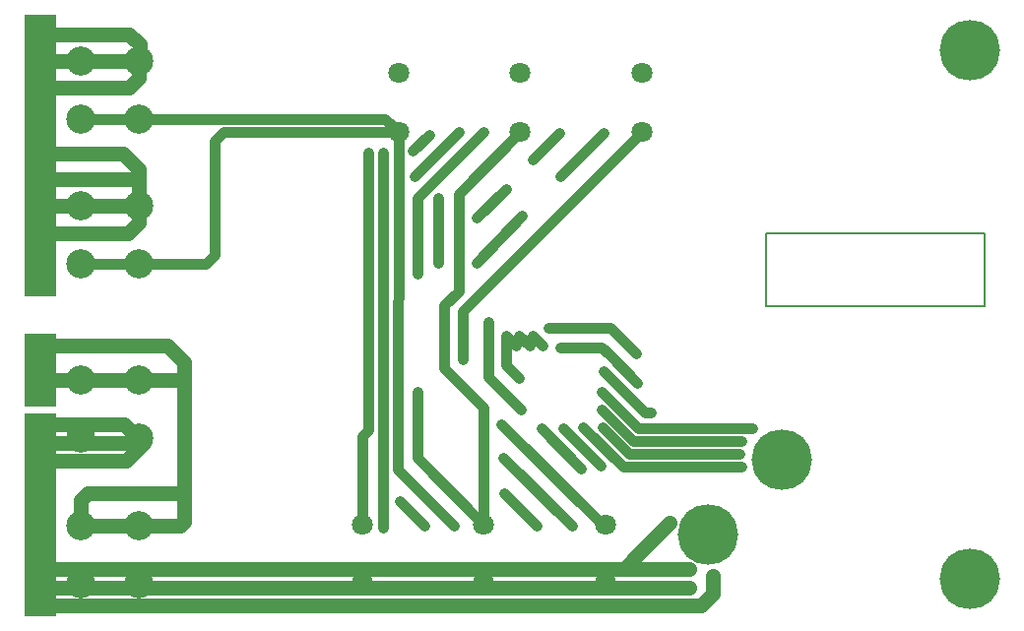
<source format=gbs>
G04*
G04 #@! TF.GenerationSoftware,Altium Limited,Altium Designer,20.2.8 (258)*
G04*
G04 Layer_Color=16711935*
%FSLAX25Y25*%
%MOIN*%
G70*
G04*
G04 #@! TF.SameCoordinates,18C1B9BA-8449-4E8D-A104-6701744B7602*
G04*
G04*
G04 #@! TF.FilePolarity,Negative*
G04*
G01*
G75*
%ADD12C,0.00600*%
%ADD34C,0.03600*%
%ADD36C,0.05000*%
%ADD38R,0.10500X0.24500*%
%ADD40R,0.10500X0.95500*%
%ADD57C,0.07099*%
%ADD58C,0.20485*%
%ADD59C,0.20485*%
%ADD60C,0.09855*%
%ADD70R,0.10500X0.68571*%
D12*
X253200Y107200D02*
Y132000D01*
Y107200D02*
X327000D01*
Y132000D01*
X253200D02*
X327000D01*
D34*
X212000Y71500D02*
X214000D01*
X197500Y93500D02*
X200000Y91000D01*
X209500Y81500D01*
X177000Y66000D02*
X190500Y52500D01*
X179500Y100000D02*
X182500D01*
X183500Y93500D02*
X197500D01*
X200500Y100000D02*
X209000Y91500D01*
X182500Y100000D02*
X200500D01*
X165000Y87500D02*
X169500Y83000D01*
X165000Y87500D02*
Y97500D01*
X159100Y83400D02*
X170000Y72500D01*
X159100Y83400D02*
Y102100D01*
X164000Y56000D02*
X187500Y33000D01*
X150500Y89500D02*
Y93500D01*
X197595Y33405D02*
X198600D01*
X118500Y154000D02*
Y159500D01*
X69429Y166200D02*
X128248D01*
X66500Y163271D02*
X69429Y166200D01*
X66500Y124544D02*
Y163271D01*
X63571Y121615D02*
X66500Y124544D01*
X21015Y121615D02*
X63571D01*
X124136Y170664D02*
X128600Y166200D01*
X21015Y170664D02*
X124136D01*
X142000Y122000D02*
Y144000D01*
X135000Y118500D02*
Y144000D01*
X144100Y107600D02*
X149000Y112500D01*
X135000Y55855D02*
Y78327D01*
X174000Y157000D02*
X183000Y166000D01*
X183500Y151500D02*
X198000Y166000D01*
X155000Y137500D02*
X165000Y147000D01*
X155000Y122000D02*
X170500Y138000D01*
X164500Y44000D02*
X175500Y33000D01*
X163500Y67500D02*
X197595Y33405D01*
X150500Y93500D02*
Y105700D01*
X211000Y166200D01*
X157450Y33405D02*
Y73050D01*
X144100Y86400D02*
X157450Y73050D01*
X144100Y86400D02*
Y107600D01*
X133500Y160000D02*
X139000Y165500D01*
X134000Y151500D02*
X149000Y166500D01*
X135000Y144000D02*
X157500Y166500D01*
X123500Y153500D02*
Y159500D01*
X118500Y65500D02*
Y154000D01*
X116300Y63300D02*
X118500Y65500D01*
X116300Y33405D02*
Y63300D01*
X129000Y41500D02*
X137500Y33000D01*
X128500Y52000D02*
X147500Y33000D01*
X135000Y55855D02*
X157450Y33405D01*
X123500Y32500D02*
Y48500D01*
X149000Y112500D02*
Y145400D01*
X169800Y166200D01*
X123500Y48500D02*
Y153500D01*
X128500Y52000D02*
X128600Y166200D01*
X198000Y85500D02*
X212000Y71500D01*
X184500Y66000D02*
X197000Y53500D01*
X209900Y66100D02*
X248400D01*
X197500Y78500D02*
X209900Y66100D01*
X208200Y61800D02*
X244700D01*
X197500Y72500D02*
X208200Y61800D01*
X206600Y57400D02*
X244100D01*
X197750Y66250D02*
X206600Y57400D01*
X204600Y52900D02*
X244600D01*
X191000Y66500D02*
X204600Y52900D01*
X174000Y97500D02*
X177500Y94000D01*
X165000Y97500D02*
X168500Y94000D01*
X169500Y97500D02*
X173000Y94000D01*
D36*
X227000Y6000D02*
X231000D01*
X235000Y10000D01*
Y16000D01*
X56000Y34500D02*
Y45000D01*
X21015Y33142D02*
X54642D01*
X56000Y34500D01*
X36500Y55000D02*
X42379Y60879D01*
X31000Y55000D02*
X36500D01*
X35757Y67500D02*
X42379Y60879D01*
X31000Y67500D02*
X35757D01*
X31000Y61000D02*
X39143D01*
X10500Y94000D02*
X50500D01*
X56000Y88500D01*
Y82242D02*
Y88500D01*
X8242Y82242D02*
X21015D01*
Y41515D02*
X23500Y44000D01*
X21015Y39515D02*
Y41515D01*
Y33142D02*
Y39515D01*
Y82242D02*
X56000D01*
Y44000D02*
Y82242D01*
X23500Y44000D02*
X56000D01*
X10500Y132000D02*
X37000D01*
X40700Y135700D01*
Y141300D01*
Y150500D02*
Y153800D01*
X10000Y152000D02*
X11500Y150500D01*
X40700D01*
X10000Y159000D02*
X35500D01*
X40700Y153800D01*
Y141300D02*
Y150500D01*
X9700Y141300D02*
X40700D01*
X10500Y181500D02*
X37500D01*
X40700Y184700D01*
Y190349D01*
X10500Y199000D02*
X11000Y199500D01*
X37500D01*
X41000Y196000D01*
Y191000D02*
Y196000D01*
X9849Y190349D02*
X40700D01*
X11000Y61000D02*
X31000D01*
X11000Y67500D02*
X31000D01*
X205000Y18500D02*
X211500Y25000D01*
X10500Y12000D02*
X48500D01*
X11500Y18500D02*
X48500D01*
X185500Y18500D02*
X210500D01*
X185500Y12000D02*
X211500D01*
X144500D02*
X170000D01*
X144500Y18500D02*
X170500D01*
X104500Y12000D02*
X129500D01*
X104500Y18500D02*
X129500D01*
X11000Y55000D02*
X31000D01*
X11000Y6000D02*
X30500D01*
X48500D01*
X170000Y12000D02*
X185500D01*
X170000Y18500D02*
X185500D01*
X129500Y12000D02*
X144500D01*
X129500Y18500D02*
X144500D01*
X48500Y12000D02*
X104500D01*
X48500Y18500D02*
X104500D01*
X48500Y6000D02*
X211500D01*
X227000D01*
X211500Y12000D02*
X227000D01*
X211500Y18500D02*
X227000D01*
X211500Y25000D02*
X220339Y33839D01*
D38*
X7250Y85750D02*
D03*
D40*
Y158250D02*
D03*
D57*
X198600Y13720D02*
D03*
Y33405D02*
D03*
X116300Y13720D02*
D03*
Y33405D02*
D03*
X157450Y13720D02*
D03*
Y33405D02*
D03*
X128600Y186200D02*
D03*
Y166200D02*
D03*
X169800Y186200D02*
D03*
Y166200D02*
D03*
X211000Y186200D02*
D03*
X211000Y166200D02*
D03*
D58*
X233326Y30126D02*
D03*
X258381Y55181D02*
D03*
D59*
X322000Y15000D02*
D03*
Y193900D02*
D03*
D60*
X21015Y13457D02*
D03*
Y33142D02*
D03*
X40700D02*
D03*
Y13457D02*
D03*
Y170664D02*
D03*
Y190349D02*
D03*
X21015D02*
D03*
Y170664D02*
D03*
X40700Y121615D02*
D03*
Y141300D02*
D03*
X21015D02*
D03*
Y121615D02*
D03*
X40700Y62557D02*
D03*
Y82242D02*
D03*
X21015D02*
D03*
Y62557D02*
D03*
D70*
X7250Y36715D02*
D03*
M02*

</source>
